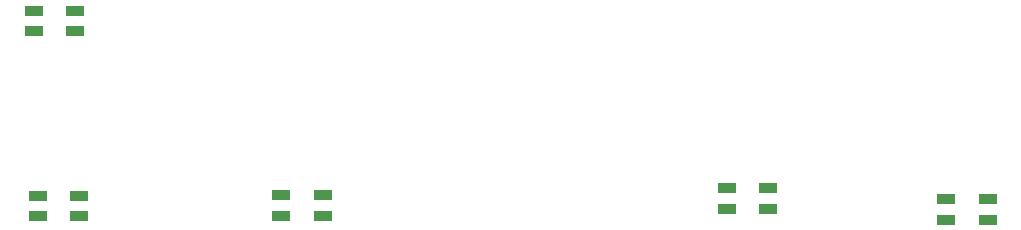
<source format=gbr>
%TF.GenerationSoftware,KiCad,Pcbnew,9.0.6*%
%TF.CreationDate,2025-12-12T19:01:35-05:00*%
%TF.ProjectId,Macropad,4d616372-6f70-4616-942e-6b696361645f,rev?*%
%TF.SameCoordinates,Original*%
%TF.FileFunction,Paste,Top*%
%TF.FilePolarity,Positive*%
%FSLAX46Y46*%
G04 Gerber Fmt 4.6, Leading zero omitted, Abs format (unit mm)*
G04 Created by KiCad (PCBNEW 9.0.6) date 2025-12-12 19:01:35*
%MOMM*%
%LPD*%
G01*
G04 APERTURE LIST*
%ADD10R,1.600000X0.850000*%
G04 APERTURE END LIST*
D10*
%TO.C,D2*%
X93867500Y-109593750D03*
X93867500Y-107843750D03*
X90367500Y-107843750D03*
X90367500Y-109593750D03*
%TD*%
%TO.C,D3*%
X114450000Y-109575000D03*
X114450000Y-107825000D03*
X110950000Y-107825000D03*
X110950000Y-109575000D03*
%TD*%
%TO.C,D5*%
X170750000Y-109875000D03*
X170750000Y-108125000D03*
X167250000Y-108125000D03*
X167250000Y-109875000D03*
%TD*%
%TO.C,D4*%
X152200000Y-108950000D03*
X152200000Y-107200000D03*
X148700000Y-107200000D03*
X148700000Y-108950000D03*
%TD*%
%TO.C,D1*%
X90000000Y-92200000D03*
X90000000Y-93950000D03*
X93500000Y-93950000D03*
X93500000Y-92200000D03*
%TD*%
M02*

</source>
